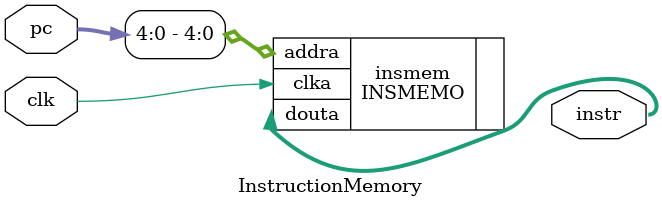
<source format=v>
`timescale 1ns / 1ps
module InstructionMemory(
	input [31:0] pc,
	input clk,
	output [31:0] instr
    );
	 INSMEMO insmem(
  .clka(clk),
  .addra(pc[4:0]),
  .douta(instr)
);
	 


endmodule

</source>
